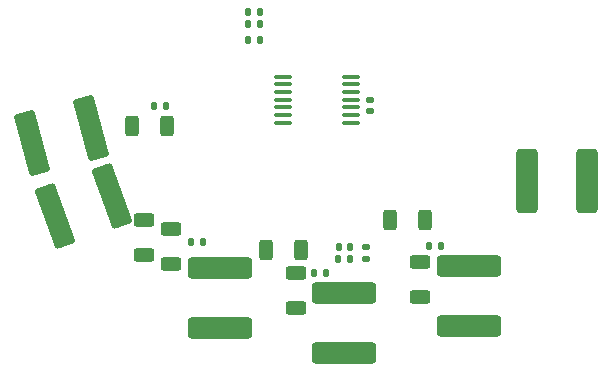
<source format=gbr>
%TF.GenerationSoftware,KiCad,Pcbnew,9.0.0*%
%TF.CreationDate,2025-06-01T03:36:43+08:00*%
%TF.ProjectId,CAPSTONE_MC,43415053-544f-44e4-955f-4d432e6b6963,Ver. 1.0.0*%
%TF.SameCoordinates,Original*%
%TF.FileFunction,Paste,Bot*%
%TF.FilePolarity,Positive*%
%FSLAX46Y46*%
G04 Gerber Fmt 4.6, Leading zero omitted, Abs format (unit mm)*
G04 Created by KiCad (PCBNEW 9.0.0) date 2025-06-01 03:36:43*
%MOMM*%
%LPD*%
G01*
G04 APERTURE LIST*
G04 Aperture macros list*
%AMRoundRect*
0 Rectangle with rounded corners*
0 $1 Rounding radius*
0 $2 $3 $4 $5 $6 $7 $8 $9 X,Y pos of 4 corners*
0 Add a 4 corners polygon primitive as box body*
4,1,4,$2,$3,$4,$5,$6,$7,$8,$9,$2,$3,0*
0 Add four circle primitives for the rounded corners*
1,1,$1+$1,$2,$3*
1,1,$1+$1,$4,$5*
1,1,$1+$1,$6,$7*
1,1,$1+$1,$8,$9*
0 Add four rect primitives between the rounded corners*
20,1,$1+$1,$2,$3,$4,$5,0*
20,1,$1+$1,$4,$5,$6,$7,0*
20,1,$1+$1,$6,$7,$8,$9,0*
20,1,$1+$1,$8,$9,$2,$3,0*%
G04 Aperture macros list end*
%ADD10RoundRect,0.250000X0.625000X-0.312500X0.625000X0.312500X-0.625000X0.312500X-0.625000X-0.312500X0*%
%ADD11RoundRect,0.250000X-0.625000X0.312500X-0.625000X-0.312500X0.625000X-0.312500X0.625000X0.312500X0*%
%ADD12RoundRect,0.250000X2.450000X-0.650000X2.450000X0.650000X-2.450000X0.650000X-2.450000X-0.650000X0*%
%ADD13RoundRect,0.250000X0.650000X2.450000X-0.650000X2.450000X-0.650000X-2.450000X0.650000X-2.450000X0*%
%ADD14RoundRect,0.135000X-0.135000X-0.185000X0.135000X-0.185000X0.135000X0.185000X-0.135000X0.185000X0*%
%ADD15RoundRect,0.250000X0.006255X-2.534751X1.261958X-2.198286X-0.006255X2.534751X-1.261958X2.198286X0*%
%ADD16RoundRect,0.140000X0.140000X0.170000X-0.140000X0.170000X-0.140000X-0.170000X0.140000X-0.170000X0*%
%ADD17RoundRect,0.135000X0.135000X0.185000X-0.135000X0.185000X-0.135000X-0.185000X0.135000X-0.185000X0*%
%ADD18RoundRect,0.140000X-0.140000X-0.170000X0.140000X-0.170000X0.140000X0.170000X-0.140000X0.170000X0*%
%ADD19RoundRect,0.250000X0.312500X0.625000X-0.312500X0.625000X-0.312500X-0.625000X0.312500X-0.625000X0*%
%ADD20RoundRect,0.250000X-0.312500X-0.625000X0.312500X-0.625000X0.312500X0.625000X-0.312500X0.625000X0*%
%ADD21RoundRect,0.140000X-0.170000X0.140000X-0.170000X-0.140000X0.170000X-0.140000X0.170000X0.140000X0*%
%ADD22RoundRect,0.135000X-0.185000X0.135000X-0.185000X-0.135000X0.185000X-0.135000X0.185000X0.135000X0*%
%ADD23RoundRect,0.250000X0.227149X-2.524560X1.448750X-2.079934X-0.227149X2.524560X-1.448750X2.079934X0*%
%ADD24RoundRect,0.100000X-0.637500X-0.100000X0.637500X-0.100000X0.637500X0.100000X-0.637500X0.100000X0*%
G04 APERTURE END LIST*
D10*
%TO.C,R12*%
X86365000Y-72117500D03*
X86365000Y-69192500D03*
%TD*%
D11*
%TO.C,R24*%
X88645000Y-69952500D03*
X88645000Y-72877500D03*
%TD*%
D12*
%TO.C,C30*%
X103265000Y-80485000D03*
X103265000Y-75385000D03*
%TD*%
D13*
%TO.C,C48*%
X123835000Y-65915000D03*
X118735000Y-65915000D03*
%TD*%
D14*
%TO.C,R27*%
X100695000Y-73685750D03*
X101715000Y-73685750D03*
%TD*%
D12*
%TO.C,C32*%
X113835000Y-78195000D03*
X113835000Y-73095000D03*
%TD*%
D15*
%TO.C,C49*%
X76881890Y-62674988D03*
X81808110Y-61355012D03*
%TD*%
D16*
%TO.C,C40*%
X103795000Y-71485000D03*
X102835000Y-71485000D03*
%TD*%
D17*
%TO.C,R23*%
X88220000Y-59520000D03*
X87200000Y-59520000D03*
%TD*%
D18*
%TO.C,C41*%
X95160000Y-51595000D03*
X96120000Y-51595000D03*
%TD*%
D17*
%TO.C,R16*%
X103805000Y-72445000D03*
X102785000Y-72445000D03*
%TD*%
D19*
%TO.C,R22*%
X88257501Y-61205000D03*
X85332499Y-61205000D03*
%TD*%
D20*
%TO.C,R10*%
X107162500Y-69185000D03*
X110087500Y-69185000D03*
%TD*%
%TO.C,R11*%
X96682500Y-71725000D03*
X99607500Y-71725000D03*
%TD*%
D14*
%TO.C,R25*%
X90285000Y-71005000D03*
X91305000Y-71005000D03*
%TD*%
D11*
%TO.C,R28*%
X109715000Y-72742500D03*
X109715000Y-75667500D03*
%TD*%
D21*
%TO.C,C45*%
X105455000Y-58985000D03*
X105455000Y-59945000D03*
%TD*%
D11*
%TO.C,R26*%
X99155000Y-73702500D03*
X99155000Y-76627500D03*
%TD*%
D14*
%TO.C,R17*%
X95135000Y-52555000D03*
X96155000Y-52555000D03*
%TD*%
D17*
%TO.C,TH2*%
X96175000Y-53915000D03*
X95155000Y-53915000D03*
%TD*%
D12*
%TO.C,C31*%
X92765000Y-78325000D03*
X92765000Y-73225000D03*
%TD*%
D22*
%TO.C,TH1*%
X105095000Y-71475000D03*
X105095000Y-72495000D03*
%TD*%
D23*
%TO.C,C50*%
X78828784Y-68877152D03*
X83621216Y-67132848D03*
%TD*%
D24*
%TO.C,U8*%
X98137500Y-60950000D03*
X98137500Y-60300000D03*
X98137500Y-59650000D03*
X98137500Y-59000000D03*
X98137500Y-58350000D03*
X98137500Y-57700000D03*
X98137500Y-57050000D03*
X103862500Y-57050000D03*
X103862500Y-57700000D03*
X103862500Y-58350000D03*
X103862500Y-59000000D03*
X103862500Y-59650000D03*
X103862500Y-60300000D03*
X103862500Y-60950000D03*
%TD*%
D14*
%TO.C,R29*%
X110475000Y-71395000D03*
X111495000Y-71395000D03*
%TD*%
M02*

</source>
